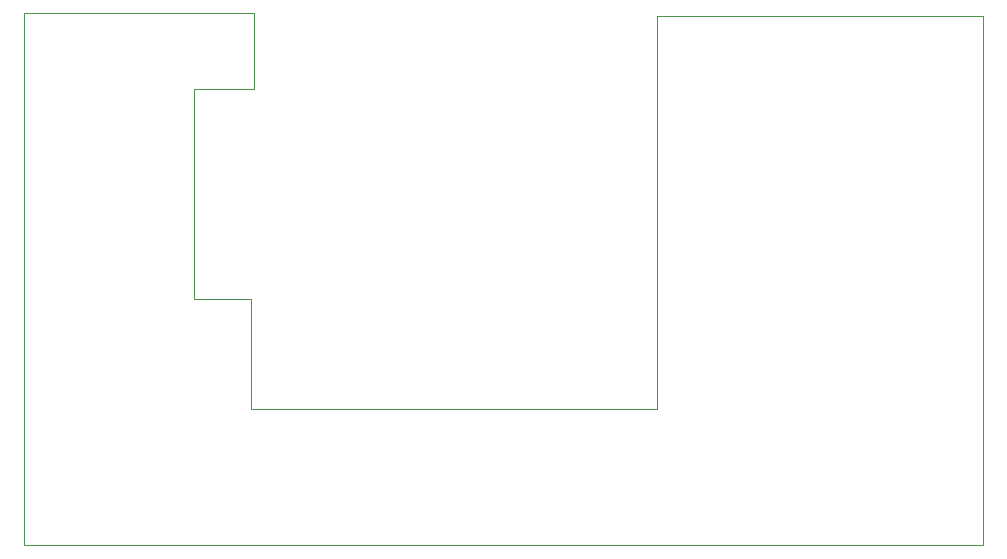
<source format=gbr>
G04 #@! TF.GenerationSoftware,KiCad,Pcbnew,(5.1.5-0-10_14)*
G04 #@! TF.CreationDate,2021-04-18T14:44:46+10:00*
G04 #@! TF.ProjectId,OH - Right Console - 5 - Sensor Panel,4f48202d-2052-4696-9768-7420436f6e73,rev?*
G04 #@! TF.SameCoordinates,Original*
G04 #@! TF.FileFunction,Profile,NP*
%FSLAX46Y46*%
G04 Gerber Fmt 4.6, Leading zero omitted, Abs format (unit mm)*
G04 Created by KiCad (PCBNEW (5.1.5-0-10_14)) date 2021-04-18 14:44:46*
%MOMM*%
%LPD*%
G04 APERTURE LIST*
%ADD10C,0.050000*%
G04 APERTURE END LIST*
D10*
X123698000Y-60849000D02*
X151257000Y-60849000D01*
X151257000Y-105664000D02*
X151257000Y-60849000D01*
X70104000Y-105664000D02*
X151257000Y-105664000D01*
X70104000Y-60595000D02*
X70104000Y-105664000D01*
X89535000Y-60595000D02*
X70104000Y-60595000D01*
X89535000Y-67056000D02*
X89535000Y-60595000D01*
X84455000Y-67056000D02*
X89535000Y-67056000D01*
X84455000Y-84836000D02*
X84455000Y-67056000D01*
X89281000Y-84836000D02*
X84455000Y-84836000D01*
X89281000Y-94107000D02*
X89281000Y-84836000D01*
X123698000Y-94107000D02*
X89281000Y-94107000D01*
X123698000Y-60849000D02*
X123698000Y-94107000D01*
M02*

</source>
